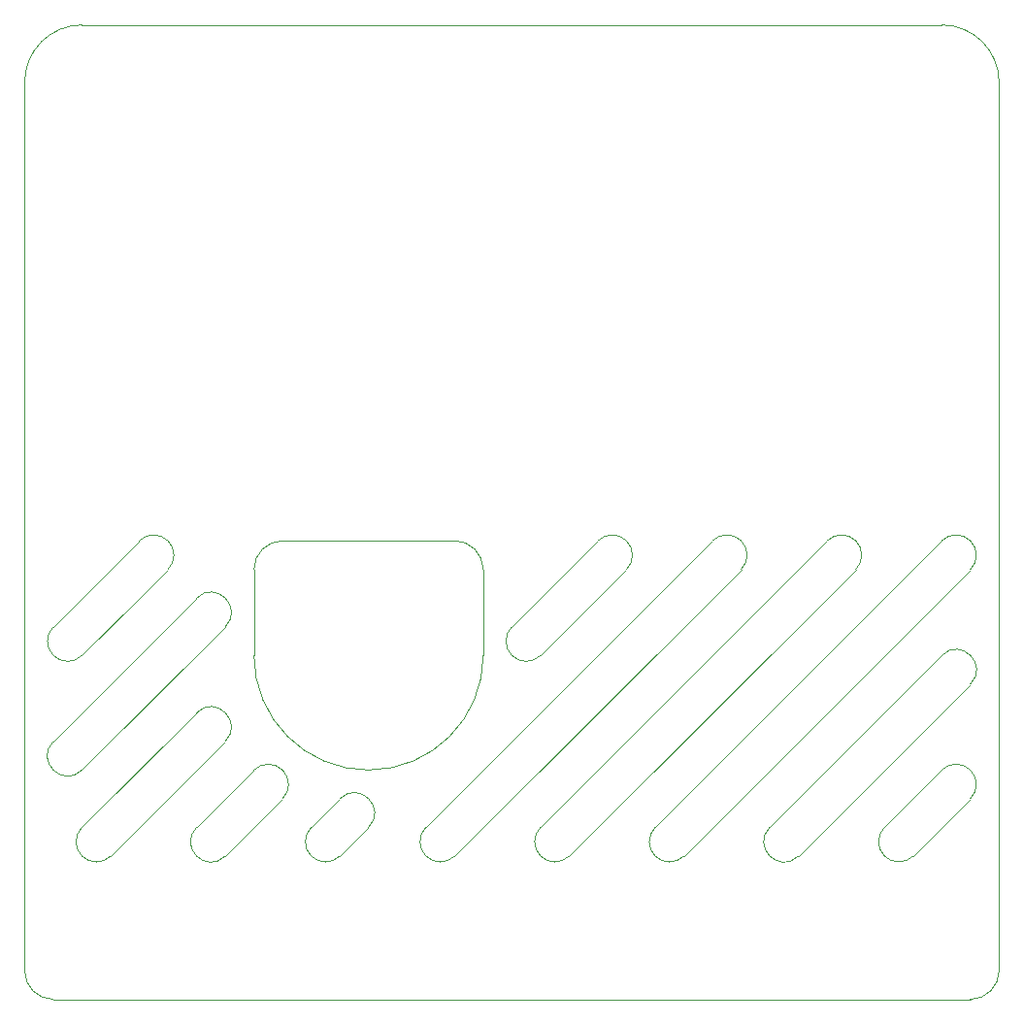
<source format=gbr>
G04 #@! TF.GenerationSoftware,KiCad,Pcbnew,5.1.5-52549c5~84~ubuntu18.04.1*
G04 #@! TF.CreationDate,2020-01-23T13:37:21+00:00*
G04 #@! TF.ProjectId,HW-lab-power,48572d6c-6162-42d7-906f-7765722e6b69,rev?*
G04 #@! TF.SameCoordinates,Original*
G04 #@! TF.FileFunction,Profile,NP*
%FSLAX46Y46*%
G04 Gerber Fmt 4.6, Leading zero omitted, Abs format (unit mm)*
G04 Created by KiCad (PCBNEW 5.1.5-52549c5~84~ubuntu18.04.1) date 2020-01-23 13:37:21*
%MOMM*%
%LPD*%
G04 APERTURE LIST*
%ADD10C,0.050000*%
G04 APERTURE END LIST*
D10*
X125000001Y-120000001D02*
G75*
G02X127499999Y-122499999I1249999J-1249999D01*
G01*
X132500001Y-122500001D02*
G75*
G02X134999999Y-124999999I1249999J-1249999D01*
G01*
X149999999Y-109999999D02*
G75*
G02X147500001Y-107500001I-1249999J1249999D01*
G01*
X155000001Y-100000001D02*
G75*
G02X157499999Y-102499999I1249999J-1249999D01*
G01*
X165000001Y-100000001D02*
G75*
G02X167499999Y-102499999I1249999J-1249999D01*
G01*
X175000001Y-100000001D02*
G75*
G02X177499999Y-102499999I1249999J-1249999D01*
G01*
X185000001Y-100000001D02*
G75*
G02X187499999Y-102499999I1249999J-1249999D01*
G01*
X185000001Y-110000001D02*
G75*
G02X187499999Y-112499999I1249999J-1249999D01*
G01*
X185000001Y-120000001D02*
G75*
G02X187499999Y-122499999I1249999J-1249999D01*
G01*
X182499999Y-127499999D02*
G75*
G02X180000001Y-125000001I-1249999J1249999D01*
G01*
X172499999Y-127499999D02*
G75*
G02X170000001Y-125000001I-1249999J1249999D01*
G01*
X162499999Y-127499999D02*
G75*
G02X160000001Y-125000001I-1249999J1249999D01*
G01*
X152499999Y-127499999D02*
G75*
G02X150000001Y-125000001I-1249999J1249999D01*
G01*
X142499999Y-127499999D02*
G75*
G02X140000001Y-125000001I-1249999J1249999D01*
G01*
X132499999Y-127499999D02*
G75*
G02X130000001Y-125000001I-1249999J1249999D01*
G01*
X122499999Y-127499999D02*
G75*
G02X120000001Y-125000001I-1249999J1249999D01*
G01*
X112499999Y-127499999D02*
G75*
G02X110000001Y-125000001I-1249999J1249999D01*
G01*
X109999999Y-119999999D02*
G75*
G02X107500001Y-117500001I-1249999J1249999D01*
G01*
X120000001Y-115000001D02*
G75*
G02X122499999Y-117499999I1249999J-1249999D01*
G01*
X120000001Y-105000001D02*
G75*
G02X122499999Y-107499999I1249999J-1249999D01*
G01*
X115000001Y-100000001D02*
G75*
G02X117499999Y-102499999I1249999J-1249999D01*
G01*
X109999999Y-109999999D02*
G75*
G02X107500001Y-107500001I-1249999J1249999D01*
G01*
X110000000Y-110000000D02*
X115000000Y-105000000D01*
X115000000Y-100000000D02*
X107500000Y-107500000D01*
X115000000Y-105000000D02*
X117500000Y-102500000D01*
X120000000Y-105000000D02*
X107500000Y-117500000D01*
X110000000Y-120000000D02*
X122500000Y-107500000D01*
X120000000Y-115000000D02*
X110000000Y-125000000D01*
X112500000Y-127500000D02*
X122500000Y-117500000D01*
X120000000Y-125000000D02*
X125000000Y-120000000D01*
X127500000Y-122500000D02*
X122500000Y-127500000D01*
X130000000Y-125000000D02*
X132500000Y-122500000D01*
X135000000Y-125000000D02*
X132500000Y-127500000D01*
X147500000Y-107500000D02*
X155000000Y-100000000D01*
X157500000Y-102500000D02*
X150000000Y-110000000D01*
X140000000Y-125000000D02*
X165000000Y-100000000D01*
X167500000Y-102500000D02*
X142500000Y-127500000D01*
X175000000Y-100000000D02*
X150000000Y-125000000D01*
X152500000Y-127500000D02*
X177500000Y-102500000D01*
X185000000Y-100000000D02*
X160000000Y-125000000D01*
X162500000Y-127500000D02*
X187500000Y-102500000D01*
X185000000Y-110000000D02*
X170000000Y-125000000D01*
X172500000Y-127500000D02*
X187500000Y-112500000D01*
X185000000Y-120000000D02*
X180000000Y-125000000D01*
X182500000Y-127500000D02*
X187500000Y-122500000D01*
X190000000Y-137500000D02*
G75*
G02X187500000Y-140000000I-2500000J0D01*
G01*
X107500000Y-140000000D02*
G75*
G02X105000000Y-137500000I0J2500000D01*
G01*
X185000000Y-55000000D02*
G75*
G02X190000000Y-60000000I0J-5000000D01*
G01*
X105000000Y-60000000D02*
G75*
G02X110000000Y-55000000I5000000J0D01*
G01*
X142500000Y-100000000D02*
G75*
G02X145000000Y-102500000I0J-2500000D01*
G01*
X125000000Y-102500000D02*
G75*
G02X127500000Y-100000000I2500000J0D01*
G01*
X145000000Y-110000000D02*
G75*
G02X125000000Y-110000000I-10000000J0D01*
G01*
X145000000Y-102500000D02*
X145000000Y-110000000D01*
X127500000Y-100000000D02*
X142500000Y-100000000D01*
X125000000Y-110000000D02*
X125000000Y-102500000D01*
X105000000Y-60000000D02*
X105000000Y-137500000D01*
X185000000Y-55000000D02*
X110000000Y-55000000D01*
X190000000Y-137500000D02*
X190000000Y-60000000D01*
X107500000Y-140000000D02*
X187500000Y-140000000D01*
M02*

</source>
